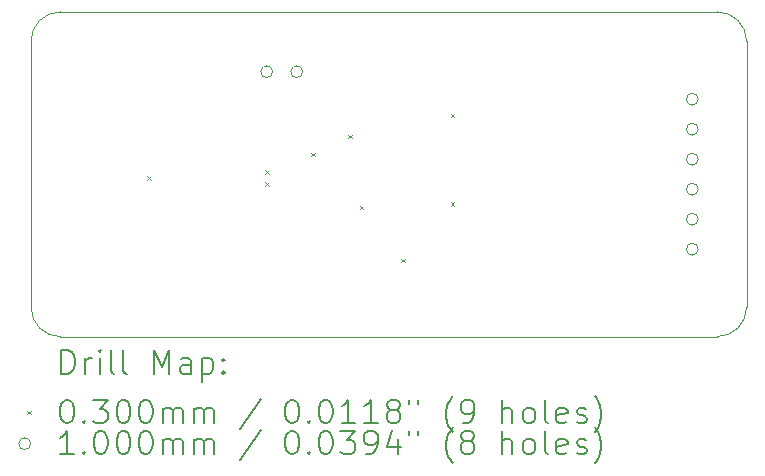
<source format=gbr>
%TF.GenerationSoftware,KiCad,Pcbnew,8.0.3*%
%TF.CreationDate,2024-06-23T18:33:12+02:00*%
%TF.ProjectId,MAX17262-breakout,4d415831-3732-4363-922d-627265616b6f,rev?*%
%TF.SameCoordinates,Original*%
%TF.FileFunction,Drillmap*%
%TF.FilePolarity,Positive*%
%FSLAX45Y45*%
G04 Gerber Fmt 4.5, Leading zero omitted, Abs format (unit mm)*
G04 Created by KiCad (PCBNEW 8.0.3) date 2024-06-23 18:33:12*
%MOMM*%
%LPD*%
G01*
G04 APERTURE LIST*
%ADD10C,0.050000*%
%ADD11C,0.200000*%
%ADD12C,0.100000*%
G04 APERTURE END LIST*
D10*
X11810000Y-7692500D02*
G75*
G02*
X12060000Y-7942500I0J-250000D01*
G01*
X6000000Y-10192500D02*
X6000000Y-7942500D01*
X6250000Y-10442500D02*
G75*
G02*
X6000000Y-10192500I0J250000D01*
G01*
X11810000Y-10442500D02*
X6250000Y-10442500D01*
X6250000Y-7692500D02*
X11810000Y-7692500D01*
X12060000Y-10192500D02*
G75*
G02*
X11810000Y-10442500I-250000J0D01*
G01*
X6000000Y-7942500D02*
G75*
G02*
X6250000Y-7692500I250000J0D01*
G01*
X12060000Y-7942500D02*
X12060000Y-10192500D01*
D11*
D12*
X6985000Y-9085000D02*
X7015000Y-9115000D01*
X7015000Y-9085000D02*
X6985000Y-9115000D01*
X7985000Y-9035000D02*
X8015000Y-9065000D01*
X8015000Y-9035000D02*
X7985000Y-9065000D01*
X7985000Y-9135000D02*
X8015000Y-9165000D01*
X8015000Y-9135000D02*
X7985000Y-9165000D01*
X8375000Y-8885000D02*
X8405000Y-8915000D01*
X8405000Y-8885000D02*
X8375000Y-8915000D01*
X8685000Y-8735000D02*
X8715000Y-8765000D01*
X8715000Y-8735000D02*
X8685000Y-8765000D01*
X8785000Y-9335000D02*
X8815000Y-9365000D01*
X8815000Y-9335000D02*
X8785000Y-9365000D01*
X9135000Y-9785000D02*
X9165000Y-9815000D01*
X9165000Y-9785000D02*
X9135000Y-9815000D01*
X9555000Y-8555000D02*
X9585000Y-8585000D01*
X9585000Y-8555000D02*
X9555000Y-8585000D01*
X9555000Y-9305000D02*
X9585000Y-9335000D01*
X9585000Y-9305000D02*
X9555000Y-9335000D01*
X8046000Y-8200000D02*
G75*
G02*
X7946000Y-8200000I-50000J0D01*
G01*
X7946000Y-8200000D02*
G75*
G02*
X8046000Y-8200000I50000J0D01*
G01*
X8300000Y-8200000D02*
G75*
G02*
X8200000Y-8200000I-50000J0D01*
G01*
X8200000Y-8200000D02*
G75*
G02*
X8300000Y-8200000I50000J0D01*
G01*
X11650000Y-8432500D02*
G75*
G02*
X11550000Y-8432500I-50000J0D01*
G01*
X11550000Y-8432500D02*
G75*
G02*
X11650000Y-8432500I50000J0D01*
G01*
X11650000Y-8686500D02*
G75*
G02*
X11550000Y-8686500I-50000J0D01*
G01*
X11550000Y-8686500D02*
G75*
G02*
X11650000Y-8686500I50000J0D01*
G01*
X11650000Y-8940500D02*
G75*
G02*
X11550000Y-8940500I-50000J0D01*
G01*
X11550000Y-8940500D02*
G75*
G02*
X11650000Y-8940500I50000J0D01*
G01*
X11650000Y-9194500D02*
G75*
G02*
X11550000Y-9194500I-50000J0D01*
G01*
X11550000Y-9194500D02*
G75*
G02*
X11650000Y-9194500I50000J0D01*
G01*
X11650000Y-9448500D02*
G75*
G02*
X11550000Y-9448500I-50000J0D01*
G01*
X11550000Y-9448500D02*
G75*
G02*
X11650000Y-9448500I50000J0D01*
G01*
X11650000Y-9702500D02*
G75*
G02*
X11550000Y-9702500I-50000J0D01*
G01*
X11550000Y-9702500D02*
G75*
G02*
X11650000Y-9702500I50000J0D01*
G01*
D11*
X6258277Y-10756484D02*
X6258277Y-10556484D01*
X6258277Y-10556484D02*
X6305896Y-10556484D01*
X6305896Y-10556484D02*
X6334467Y-10566008D01*
X6334467Y-10566008D02*
X6353515Y-10585055D01*
X6353515Y-10585055D02*
X6363039Y-10604103D01*
X6363039Y-10604103D02*
X6372562Y-10642198D01*
X6372562Y-10642198D02*
X6372562Y-10670770D01*
X6372562Y-10670770D02*
X6363039Y-10708865D01*
X6363039Y-10708865D02*
X6353515Y-10727912D01*
X6353515Y-10727912D02*
X6334467Y-10746960D01*
X6334467Y-10746960D02*
X6305896Y-10756484D01*
X6305896Y-10756484D02*
X6258277Y-10756484D01*
X6458277Y-10756484D02*
X6458277Y-10623150D01*
X6458277Y-10661246D02*
X6467801Y-10642198D01*
X6467801Y-10642198D02*
X6477324Y-10632674D01*
X6477324Y-10632674D02*
X6496372Y-10623150D01*
X6496372Y-10623150D02*
X6515420Y-10623150D01*
X6582086Y-10756484D02*
X6582086Y-10623150D01*
X6582086Y-10556484D02*
X6572562Y-10566008D01*
X6572562Y-10566008D02*
X6582086Y-10575531D01*
X6582086Y-10575531D02*
X6591610Y-10566008D01*
X6591610Y-10566008D02*
X6582086Y-10556484D01*
X6582086Y-10556484D02*
X6582086Y-10575531D01*
X6705896Y-10756484D02*
X6686848Y-10746960D01*
X6686848Y-10746960D02*
X6677324Y-10727912D01*
X6677324Y-10727912D02*
X6677324Y-10556484D01*
X6810658Y-10756484D02*
X6791610Y-10746960D01*
X6791610Y-10746960D02*
X6782086Y-10727912D01*
X6782086Y-10727912D02*
X6782086Y-10556484D01*
X7039229Y-10756484D02*
X7039229Y-10556484D01*
X7039229Y-10556484D02*
X7105896Y-10699341D01*
X7105896Y-10699341D02*
X7172562Y-10556484D01*
X7172562Y-10556484D02*
X7172562Y-10756484D01*
X7353515Y-10756484D02*
X7353515Y-10651722D01*
X7353515Y-10651722D02*
X7343991Y-10632674D01*
X7343991Y-10632674D02*
X7324943Y-10623150D01*
X7324943Y-10623150D02*
X7286848Y-10623150D01*
X7286848Y-10623150D02*
X7267801Y-10632674D01*
X7353515Y-10746960D02*
X7334467Y-10756484D01*
X7334467Y-10756484D02*
X7286848Y-10756484D01*
X7286848Y-10756484D02*
X7267801Y-10746960D01*
X7267801Y-10746960D02*
X7258277Y-10727912D01*
X7258277Y-10727912D02*
X7258277Y-10708865D01*
X7258277Y-10708865D02*
X7267801Y-10689817D01*
X7267801Y-10689817D02*
X7286848Y-10680293D01*
X7286848Y-10680293D02*
X7334467Y-10680293D01*
X7334467Y-10680293D02*
X7353515Y-10670770D01*
X7448753Y-10623150D02*
X7448753Y-10823150D01*
X7448753Y-10632674D02*
X7467801Y-10623150D01*
X7467801Y-10623150D02*
X7505896Y-10623150D01*
X7505896Y-10623150D02*
X7524943Y-10632674D01*
X7524943Y-10632674D02*
X7534467Y-10642198D01*
X7534467Y-10642198D02*
X7543991Y-10661246D01*
X7543991Y-10661246D02*
X7543991Y-10718389D01*
X7543991Y-10718389D02*
X7534467Y-10737436D01*
X7534467Y-10737436D02*
X7524943Y-10746960D01*
X7524943Y-10746960D02*
X7505896Y-10756484D01*
X7505896Y-10756484D02*
X7467801Y-10756484D01*
X7467801Y-10756484D02*
X7448753Y-10746960D01*
X7629705Y-10737436D02*
X7639229Y-10746960D01*
X7639229Y-10746960D02*
X7629705Y-10756484D01*
X7629705Y-10756484D02*
X7620182Y-10746960D01*
X7620182Y-10746960D02*
X7629705Y-10737436D01*
X7629705Y-10737436D02*
X7629705Y-10756484D01*
X7629705Y-10632674D02*
X7639229Y-10642198D01*
X7639229Y-10642198D02*
X7629705Y-10651722D01*
X7629705Y-10651722D02*
X7620182Y-10642198D01*
X7620182Y-10642198D02*
X7629705Y-10632674D01*
X7629705Y-10632674D02*
X7629705Y-10651722D01*
D12*
X5967500Y-11070000D02*
X5997500Y-11100000D01*
X5997500Y-11070000D02*
X5967500Y-11100000D01*
D11*
X6296372Y-10976484D02*
X6315420Y-10976484D01*
X6315420Y-10976484D02*
X6334467Y-10986008D01*
X6334467Y-10986008D02*
X6343991Y-10995531D01*
X6343991Y-10995531D02*
X6353515Y-11014579D01*
X6353515Y-11014579D02*
X6363039Y-11052674D01*
X6363039Y-11052674D02*
X6363039Y-11100293D01*
X6363039Y-11100293D02*
X6353515Y-11138389D01*
X6353515Y-11138389D02*
X6343991Y-11157436D01*
X6343991Y-11157436D02*
X6334467Y-11166960D01*
X6334467Y-11166960D02*
X6315420Y-11176484D01*
X6315420Y-11176484D02*
X6296372Y-11176484D01*
X6296372Y-11176484D02*
X6277324Y-11166960D01*
X6277324Y-11166960D02*
X6267801Y-11157436D01*
X6267801Y-11157436D02*
X6258277Y-11138389D01*
X6258277Y-11138389D02*
X6248753Y-11100293D01*
X6248753Y-11100293D02*
X6248753Y-11052674D01*
X6248753Y-11052674D02*
X6258277Y-11014579D01*
X6258277Y-11014579D02*
X6267801Y-10995531D01*
X6267801Y-10995531D02*
X6277324Y-10986008D01*
X6277324Y-10986008D02*
X6296372Y-10976484D01*
X6448753Y-11157436D02*
X6458277Y-11166960D01*
X6458277Y-11166960D02*
X6448753Y-11176484D01*
X6448753Y-11176484D02*
X6439229Y-11166960D01*
X6439229Y-11166960D02*
X6448753Y-11157436D01*
X6448753Y-11157436D02*
X6448753Y-11176484D01*
X6524943Y-10976484D02*
X6648753Y-10976484D01*
X6648753Y-10976484D02*
X6582086Y-11052674D01*
X6582086Y-11052674D02*
X6610658Y-11052674D01*
X6610658Y-11052674D02*
X6629705Y-11062198D01*
X6629705Y-11062198D02*
X6639229Y-11071722D01*
X6639229Y-11071722D02*
X6648753Y-11090770D01*
X6648753Y-11090770D02*
X6648753Y-11138389D01*
X6648753Y-11138389D02*
X6639229Y-11157436D01*
X6639229Y-11157436D02*
X6629705Y-11166960D01*
X6629705Y-11166960D02*
X6610658Y-11176484D01*
X6610658Y-11176484D02*
X6553515Y-11176484D01*
X6553515Y-11176484D02*
X6534467Y-11166960D01*
X6534467Y-11166960D02*
X6524943Y-11157436D01*
X6772562Y-10976484D02*
X6791610Y-10976484D01*
X6791610Y-10976484D02*
X6810658Y-10986008D01*
X6810658Y-10986008D02*
X6820182Y-10995531D01*
X6820182Y-10995531D02*
X6829705Y-11014579D01*
X6829705Y-11014579D02*
X6839229Y-11052674D01*
X6839229Y-11052674D02*
X6839229Y-11100293D01*
X6839229Y-11100293D02*
X6829705Y-11138389D01*
X6829705Y-11138389D02*
X6820182Y-11157436D01*
X6820182Y-11157436D02*
X6810658Y-11166960D01*
X6810658Y-11166960D02*
X6791610Y-11176484D01*
X6791610Y-11176484D02*
X6772562Y-11176484D01*
X6772562Y-11176484D02*
X6753515Y-11166960D01*
X6753515Y-11166960D02*
X6743991Y-11157436D01*
X6743991Y-11157436D02*
X6734467Y-11138389D01*
X6734467Y-11138389D02*
X6724943Y-11100293D01*
X6724943Y-11100293D02*
X6724943Y-11052674D01*
X6724943Y-11052674D02*
X6734467Y-11014579D01*
X6734467Y-11014579D02*
X6743991Y-10995531D01*
X6743991Y-10995531D02*
X6753515Y-10986008D01*
X6753515Y-10986008D02*
X6772562Y-10976484D01*
X6963039Y-10976484D02*
X6982086Y-10976484D01*
X6982086Y-10976484D02*
X7001134Y-10986008D01*
X7001134Y-10986008D02*
X7010658Y-10995531D01*
X7010658Y-10995531D02*
X7020182Y-11014579D01*
X7020182Y-11014579D02*
X7029705Y-11052674D01*
X7029705Y-11052674D02*
X7029705Y-11100293D01*
X7029705Y-11100293D02*
X7020182Y-11138389D01*
X7020182Y-11138389D02*
X7010658Y-11157436D01*
X7010658Y-11157436D02*
X7001134Y-11166960D01*
X7001134Y-11166960D02*
X6982086Y-11176484D01*
X6982086Y-11176484D02*
X6963039Y-11176484D01*
X6963039Y-11176484D02*
X6943991Y-11166960D01*
X6943991Y-11166960D02*
X6934467Y-11157436D01*
X6934467Y-11157436D02*
X6924943Y-11138389D01*
X6924943Y-11138389D02*
X6915420Y-11100293D01*
X6915420Y-11100293D02*
X6915420Y-11052674D01*
X6915420Y-11052674D02*
X6924943Y-11014579D01*
X6924943Y-11014579D02*
X6934467Y-10995531D01*
X6934467Y-10995531D02*
X6943991Y-10986008D01*
X6943991Y-10986008D02*
X6963039Y-10976484D01*
X7115420Y-11176484D02*
X7115420Y-11043150D01*
X7115420Y-11062198D02*
X7124943Y-11052674D01*
X7124943Y-11052674D02*
X7143991Y-11043150D01*
X7143991Y-11043150D02*
X7172563Y-11043150D01*
X7172563Y-11043150D02*
X7191610Y-11052674D01*
X7191610Y-11052674D02*
X7201134Y-11071722D01*
X7201134Y-11071722D02*
X7201134Y-11176484D01*
X7201134Y-11071722D02*
X7210658Y-11052674D01*
X7210658Y-11052674D02*
X7229705Y-11043150D01*
X7229705Y-11043150D02*
X7258277Y-11043150D01*
X7258277Y-11043150D02*
X7277324Y-11052674D01*
X7277324Y-11052674D02*
X7286848Y-11071722D01*
X7286848Y-11071722D02*
X7286848Y-11176484D01*
X7382086Y-11176484D02*
X7382086Y-11043150D01*
X7382086Y-11062198D02*
X7391610Y-11052674D01*
X7391610Y-11052674D02*
X7410658Y-11043150D01*
X7410658Y-11043150D02*
X7439229Y-11043150D01*
X7439229Y-11043150D02*
X7458277Y-11052674D01*
X7458277Y-11052674D02*
X7467801Y-11071722D01*
X7467801Y-11071722D02*
X7467801Y-11176484D01*
X7467801Y-11071722D02*
X7477324Y-11052674D01*
X7477324Y-11052674D02*
X7496372Y-11043150D01*
X7496372Y-11043150D02*
X7524943Y-11043150D01*
X7524943Y-11043150D02*
X7543991Y-11052674D01*
X7543991Y-11052674D02*
X7553515Y-11071722D01*
X7553515Y-11071722D02*
X7553515Y-11176484D01*
X7943991Y-10966960D02*
X7772563Y-11224103D01*
X8201134Y-10976484D02*
X8220182Y-10976484D01*
X8220182Y-10976484D02*
X8239229Y-10986008D01*
X8239229Y-10986008D02*
X8248753Y-10995531D01*
X8248753Y-10995531D02*
X8258277Y-11014579D01*
X8258277Y-11014579D02*
X8267801Y-11052674D01*
X8267801Y-11052674D02*
X8267801Y-11100293D01*
X8267801Y-11100293D02*
X8258277Y-11138389D01*
X8258277Y-11138389D02*
X8248753Y-11157436D01*
X8248753Y-11157436D02*
X8239229Y-11166960D01*
X8239229Y-11166960D02*
X8220182Y-11176484D01*
X8220182Y-11176484D02*
X8201134Y-11176484D01*
X8201134Y-11176484D02*
X8182086Y-11166960D01*
X8182086Y-11166960D02*
X8172563Y-11157436D01*
X8172563Y-11157436D02*
X8163039Y-11138389D01*
X8163039Y-11138389D02*
X8153515Y-11100293D01*
X8153515Y-11100293D02*
X8153515Y-11052674D01*
X8153515Y-11052674D02*
X8163039Y-11014579D01*
X8163039Y-11014579D02*
X8172563Y-10995531D01*
X8172563Y-10995531D02*
X8182086Y-10986008D01*
X8182086Y-10986008D02*
X8201134Y-10976484D01*
X8353515Y-11157436D02*
X8363039Y-11166960D01*
X8363039Y-11166960D02*
X8353515Y-11176484D01*
X8353515Y-11176484D02*
X8343991Y-11166960D01*
X8343991Y-11166960D02*
X8353515Y-11157436D01*
X8353515Y-11157436D02*
X8353515Y-11176484D01*
X8486848Y-10976484D02*
X8505896Y-10976484D01*
X8505896Y-10976484D02*
X8524944Y-10986008D01*
X8524944Y-10986008D02*
X8534468Y-10995531D01*
X8534468Y-10995531D02*
X8543991Y-11014579D01*
X8543991Y-11014579D02*
X8553515Y-11052674D01*
X8553515Y-11052674D02*
X8553515Y-11100293D01*
X8553515Y-11100293D02*
X8543991Y-11138389D01*
X8543991Y-11138389D02*
X8534468Y-11157436D01*
X8534468Y-11157436D02*
X8524944Y-11166960D01*
X8524944Y-11166960D02*
X8505896Y-11176484D01*
X8505896Y-11176484D02*
X8486848Y-11176484D01*
X8486848Y-11176484D02*
X8467801Y-11166960D01*
X8467801Y-11166960D02*
X8458277Y-11157436D01*
X8458277Y-11157436D02*
X8448753Y-11138389D01*
X8448753Y-11138389D02*
X8439229Y-11100293D01*
X8439229Y-11100293D02*
X8439229Y-11052674D01*
X8439229Y-11052674D02*
X8448753Y-11014579D01*
X8448753Y-11014579D02*
X8458277Y-10995531D01*
X8458277Y-10995531D02*
X8467801Y-10986008D01*
X8467801Y-10986008D02*
X8486848Y-10976484D01*
X8743991Y-11176484D02*
X8629706Y-11176484D01*
X8686848Y-11176484D02*
X8686848Y-10976484D01*
X8686848Y-10976484D02*
X8667801Y-11005055D01*
X8667801Y-11005055D02*
X8648753Y-11024103D01*
X8648753Y-11024103D02*
X8629706Y-11033627D01*
X8934468Y-11176484D02*
X8820182Y-11176484D01*
X8877325Y-11176484D02*
X8877325Y-10976484D01*
X8877325Y-10976484D02*
X8858277Y-11005055D01*
X8858277Y-11005055D02*
X8839229Y-11024103D01*
X8839229Y-11024103D02*
X8820182Y-11033627D01*
X9048753Y-11062198D02*
X9029706Y-11052674D01*
X9029706Y-11052674D02*
X9020182Y-11043150D01*
X9020182Y-11043150D02*
X9010658Y-11024103D01*
X9010658Y-11024103D02*
X9010658Y-11014579D01*
X9010658Y-11014579D02*
X9020182Y-10995531D01*
X9020182Y-10995531D02*
X9029706Y-10986008D01*
X9029706Y-10986008D02*
X9048753Y-10976484D01*
X9048753Y-10976484D02*
X9086849Y-10976484D01*
X9086849Y-10976484D02*
X9105896Y-10986008D01*
X9105896Y-10986008D02*
X9115420Y-10995531D01*
X9115420Y-10995531D02*
X9124944Y-11014579D01*
X9124944Y-11014579D02*
X9124944Y-11024103D01*
X9124944Y-11024103D02*
X9115420Y-11043150D01*
X9115420Y-11043150D02*
X9105896Y-11052674D01*
X9105896Y-11052674D02*
X9086849Y-11062198D01*
X9086849Y-11062198D02*
X9048753Y-11062198D01*
X9048753Y-11062198D02*
X9029706Y-11071722D01*
X9029706Y-11071722D02*
X9020182Y-11081246D01*
X9020182Y-11081246D02*
X9010658Y-11100293D01*
X9010658Y-11100293D02*
X9010658Y-11138389D01*
X9010658Y-11138389D02*
X9020182Y-11157436D01*
X9020182Y-11157436D02*
X9029706Y-11166960D01*
X9029706Y-11166960D02*
X9048753Y-11176484D01*
X9048753Y-11176484D02*
X9086849Y-11176484D01*
X9086849Y-11176484D02*
X9105896Y-11166960D01*
X9105896Y-11166960D02*
X9115420Y-11157436D01*
X9115420Y-11157436D02*
X9124944Y-11138389D01*
X9124944Y-11138389D02*
X9124944Y-11100293D01*
X9124944Y-11100293D02*
X9115420Y-11081246D01*
X9115420Y-11081246D02*
X9105896Y-11071722D01*
X9105896Y-11071722D02*
X9086849Y-11062198D01*
X9201134Y-10976484D02*
X9201134Y-11014579D01*
X9277325Y-10976484D02*
X9277325Y-11014579D01*
X9572563Y-11252674D02*
X9563039Y-11243150D01*
X9563039Y-11243150D02*
X9543991Y-11214579D01*
X9543991Y-11214579D02*
X9534468Y-11195531D01*
X9534468Y-11195531D02*
X9524944Y-11166960D01*
X9524944Y-11166960D02*
X9515420Y-11119341D01*
X9515420Y-11119341D02*
X9515420Y-11081246D01*
X9515420Y-11081246D02*
X9524944Y-11033627D01*
X9524944Y-11033627D02*
X9534468Y-11005055D01*
X9534468Y-11005055D02*
X9543991Y-10986008D01*
X9543991Y-10986008D02*
X9563039Y-10957436D01*
X9563039Y-10957436D02*
X9572563Y-10947912D01*
X9658277Y-11176484D02*
X9696372Y-11176484D01*
X9696372Y-11176484D02*
X9715420Y-11166960D01*
X9715420Y-11166960D02*
X9724944Y-11157436D01*
X9724944Y-11157436D02*
X9743991Y-11128865D01*
X9743991Y-11128865D02*
X9753515Y-11090770D01*
X9753515Y-11090770D02*
X9753515Y-11014579D01*
X9753515Y-11014579D02*
X9743991Y-10995531D01*
X9743991Y-10995531D02*
X9734468Y-10986008D01*
X9734468Y-10986008D02*
X9715420Y-10976484D01*
X9715420Y-10976484D02*
X9677325Y-10976484D01*
X9677325Y-10976484D02*
X9658277Y-10986008D01*
X9658277Y-10986008D02*
X9648753Y-10995531D01*
X9648753Y-10995531D02*
X9639230Y-11014579D01*
X9639230Y-11014579D02*
X9639230Y-11062198D01*
X9639230Y-11062198D02*
X9648753Y-11081246D01*
X9648753Y-11081246D02*
X9658277Y-11090770D01*
X9658277Y-11090770D02*
X9677325Y-11100293D01*
X9677325Y-11100293D02*
X9715420Y-11100293D01*
X9715420Y-11100293D02*
X9734468Y-11090770D01*
X9734468Y-11090770D02*
X9743991Y-11081246D01*
X9743991Y-11081246D02*
X9753515Y-11062198D01*
X9991611Y-11176484D02*
X9991611Y-10976484D01*
X10077325Y-11176484D02*
X10077325Y-11071722D01*
X10077325Y-11071722D02*
X10067801Y-11052674D01*
X10067801Y-11052674D02*
X10048753Y-11043150D01*
X10048753Y-11043150D02*
X10020182Y-11043150D01*
X10020182Y-11043150D02*
X10001134Y-11052674D01*
X10001134Y-11052674D02*
X9991611Y-11062198D01*
X10201134Y-11176484D02*
X10182087Y-11166960D01*
X10182087Y-11166960D02*
X10172563Y-11157436D01*
X10172563Y-11157436D02*
X10163039Y-11138389D01*
X10163039Y-11138389D02*
X10163039Y-11081246D01*
X10163039Y-11081246D02*
X10172563Y-11062198D01*
X10172563Y-11062198D02*
X10182087Y-11052674D01*
X10182087Y-11052674D02*
X10201134Y-11043150D01*
X10201134Y-11043150D02*
X10229706Y-11043150D01*
X10229706Y-11043150D02*
X10248753Y-11052674D01*
X10248753Y-11052674D02*
X10258277Y-11062198D01*
X10258277Y-11062198D02*
X10267801Y-11081246D01*
X10267801Y-11081246D02*
X10267801Y-11138389D01*
X10267801Y-11138389D02*
X10258277Y-11157436D01*
X10258277Y-11157436D02*
X10248753Y-11166960D01*
X10248753Y-11166960D02*
X10229706Y-11176484D01*
X10229706Y-11176484D02*
X10201134Y-11176484D01*
X10382087Y-11176484D02*
X10363039Y-11166960D01*
X10363039Y-11166960D02*
X10353515Y-11147912D01*
X10353515Y-11147912D02*
X10353515Y-10976484D01*
X10534468Y-11166960D02*
X10515420Y-11176484D01*
X10515420Y-11176484D02*
X10477325Y-11176484D01*
X10477325Y-11176484D02*
X10458277Y-11166960D01*
X10458277Y-11166960D02*
X10448753Y-11147912D01*
X10448753Y-11147912D02*
X10448753Y-11071722D01*
X10448753Y-11071722D02*
X10458277Y-11052674D01*
X10458277Y-11052674D02*
X10477325Y-11043150D01*
X10477325Y-11043150D02*
X10515420Y-11043150D01*
X10515420Y-11043150D02*
X10534468Y-11052674D01*
X10534468Y-11052674D02*
X10543992Y-11071722D01*
X10543992Y-11071722D02*
X10543992Y-11090770D01*
X10543992Y-11090770D02*
X10448753Y-11109817D01*
X10620182Y-11166960D02*
X10639230Y-11176484D01*
X10639230Y-11176484D02*
X10677325Y-11176484D01*
X10677325Y-11176484D02*
X10696373Y-11166960D01*
X10696373Y-11166960D02*
X10705896Y-11147912D01*
X10705896Y-11147912D02*
X10705896Y-11138389D01*
X10705896Y-11138389D02*
X10696373Y-11119341D01*
X10696373Y-11119341D02*
X10677325Y-11109817D01*
X10677325Y-11109817D02*
X10648753Y-11109817D01*
X10648753Y-11109817D02*
X10629706Y-11100293D01*
X10629706Y-11100293D02*
X10620182Y-11081246D01*
X10620182Y-11081246D02*
X10620182Y-11071722D01*
X10620182Y-11071722D02*
X10629706Y-11052674D01*
X10629706Y-11052674D02*
X10648753Y-11043150D01*
X10648753Y-11043150D02*
X10677325Y-11043150D01*
X10677325Y-11043150D02*
X10696373Y-11052674D01*
X10772563Y-11252674D02*
X10782087Y-11243150D01*
X10782087Y-11243150D02*
X10801134Y-11214579D01*
X10801134Y-11214579D02*
X10810658Y-11195531D01*
X10810658Y-11195531D02*
X10820182Y-11166960D01*
X10820182Y-11166960D02*
X10829706Y-11119341D01*
X10829706Y-11119341D02*
X10829706Y-11081246D01*
X10829706Y-11081246D02*
X10820182Y-11033627D01*
X10820182Y-11033627D02*
X10810658Y-11005055D01*
X10810658Y-11005055D02*
X10801134Y-10986008D01*
X10801134Y-10986008D02*
X10782087Y-10957436D01*
X10782087Y-10957436D02*
X10772563Y-10947912D01*
D12*
X5997500Y-11349000D02*
G75*
G02*
X5897500Y-11349000I-50000J0D01*
G01*
X5897500Y-11349000D02*
G75*
G02*
X5997500Y-11349000I50000J0D01*
G01*
D11*
X6363039Y-11440484D02*
X6248753Y-11440484D01*
X6305896Y-11440484D02*
X6305896Y-11240484D01*
X6305896Y-11240484D02*
X6286848Y-11269055D01*
X6286848Y-11269055D02*
X6267801Y-11288103D01*
X6267801Y-11288103D02*
X6248753Y-11297627D01*
X6448753Y-11421436D02*
X6458277Y-11430960D01*
X6458277Y-11430960D02*
X6448753Y-11440484D01*
X6448753Y-11440484D02*
X6439229Y-11430960D01*
X6439229Y-11430960D02*
X6448753Y-11421436D01*
X6448753Y-11421436D02*
X6448753Y-11440484D01*
X6582086Y-11240484D02*
X6601134Y-11240484D01*
X6601134Y-11240484D02*
X6620182Y-11250008D01*
X6620182Y-11250008D02*
X6629705Y-11259531D01*
X6629705Y-11259531D02*
X6639229Y-11278579D01*
X6639229Y-11278579D02*
X6648753Y-11316674D01*
X6648753Y-11316674D02*
X6648753Y-11364293D01*
X6648753Y-11364293D02*
X6639229Y-11402388D01*
X6639229Y-11402388D02*
X6629705Y-11421436D01*
X6629705Y-11421436D02*
X6620182Y-11430960D01*
X6620182Y-11430960D02*
X6601134Y-11440484D01*
X6601134Y-11440484D02*
X6582086Y-11440484D01*
X6582086Y-11440484D02*
X6563039Y-11430960D01*
X6563039Y-11430960D02*
X6553515Y-11421436D01*
X6553515Y-11421436D02*
X6543991Y-11402388D01*
X6543991Y-11402388D02*
X6534467Y-11364293D01*
X6534467Y-11364293D02*
X6534467Y-11316674D01*
X6534467Y-11316674D02*
X6543991Y-11278579D01*
X6543991Y-11278579D02*
X6553515Y-11259531D01*
X6553515Y-11259531D02*
X6563039Y-11250008D01*
X6563039Y-11250008D02*
X6582086Y-11240484D01*
X6772562Y-11240484D02*
X6791610Y-11240484D01*
X6791610Y-11240484D02*
X6810658Y-11250008D01*
X6810658Y-11250008D02*
X6820182Y-11259531D01*
X6820182Y-11259531D02*
X6829705Y-11278579D01*
X6829705Y-11278579D02*
X6839229Y-11316674D01*
X6839229Y-11316674D02*
X6839229Y-11364293D01*
X6839229Y-11364293D02*
X6829705Y-11402388D01*
X6829705Y-11402388D02*
X6820182Y-11421436D01*
X6820182Y-11421436D02*
X6810658Y-11430960D01*
X6810658Y-11430960D02*
X6791610Y-11440484D01*
X6791610Y-11440484D02*
X6772562Y-11440484D01*
X6772562Y-11440484D02*
X6753515Y-11430960D01*
X6753515Y-11430960D02*
X6743991Y-11421436D01*
X6743991Y-11421436D02*
X6734467Y-11402388D01*
X6734467Y-11402388D02*
X6724943Y-11364293D01*
X6724943Y-11364293D02*
X6724943Y-11316674D01*
X6724943Y-11316674D02*
X6734467Y-11278579D01*
X6734467Y-11278579D02*
X6743991Y-11259531D01*
X6743991Y-11259531D02*
X6753515Y-11250008D01*
X6753515Y-11250008D02*
X6772562Y-11240484D01*
X6963039Y-11240484D02*
X6982086Y-11240484D01*
X6982086Y-11240484D02*
X7001134Y-11250008D01*
X7001134Y-11250008D02*
X7010658Y-11259531D01*
X7010658Y-11259531D02*
X7020182Y-11278579D01*
X7020182Y-11278579D02*
X7029705Y-11316674D01*
X7029705Y-11316674D02*
X7029705Y-11364293D01*
X7029705Y-11364293D02*
X7020182Y-11402388D01*
X7020182Y-11402388D02*
X7010658Y-11421436D01*
X7010658Y-11421436D02*
X7001134Y-11430960D01*
X7001134Y-11430960D02*
X6982086Y-11440484D01*
X6982086Y-11440484D02*
X6963039Y-11440484D01*
X6963039Y-11440484D02*
X6943991Y-11430960D01*
X6943991Y-11430960D02*
X6934467Y-11421436D01*
X6934467Y-11421436D02*
X6924943Y-11402388D01*
X6924943Y-11402388D02*
X6915420Y-11364293D01*
X6915420Y-11364293D02*
X6915420Y-11316674D01*
X6915420Y-11316674D02*
X6924943Y-11278579D01*
X6924943Y-11278579D02*
X6934467Y-11259531D01*
X6934467Y-11259531D02*
X6943991Y-11250008D01*
X6943991Y-11250008D02*
X6963039Y-11240484D01*
X7115420Y-11440484D02*
X7115420Y-11307150D01*
X7115420Y-11326198D02*
X7124943Y-11316674D01*
X7124943Y-11316674D02*
X7143991Y-11307150D01*
X7143991Y-11307150D02*
X7172563Y-11307150D01*
X7172563Y-11307150D02*
X7191610Y-11316674D01*
X7191610Y-11316674D02*
X7201134Y-11335722D01*
X7201134Y-11335722D02*
X7201134Y-11440484D01*
X7201134Y-11335722D02*
X7210658Y-11316674D01*
X7210658Y-11316674D02*
X7229705Y-11307150D01*
X7229705Y-11307150D02*
X7258277Y-11307150D01*
X7258277Y-11307150D02*
X7277324Y-11316674D01*
X7277324Y-11316674D02*
X7286848Y-11335722D01*
X7286848Y-11335722D02*
X7286848Y-11440484D01*
X7382086Y-11440484D02*
X7382086Y-11307150D01*
X7382086Y-11326198D02*
X7391610Y-11316674D01*
X7391610Y-11316674D02*
X7410658Y-11307150D01*
X7410658Y-11307150D02*
X7439229Y-11307150D01*
X7439229Y-11307150D02*
X7458277Y-11316674D01*
X7458277Y-11316674D02*
X7467801Y-11335722D01*
X7467801Y-11335722D02*
X7467801Y-11440484D01*
X7467801Y-11335722D02*
X7477324Y-11316674D01*
X7477324Y-11316674D02*
X7496372Y-11307150D01*
X7496372Y-11307150D02*
X7524943Y-11307150D01*
X7524943Y-11307150D02*
X7543991Y-11316674D01*
X7543991Y-11316674D02*
X7553515Y-11335722D01*
X7553515Y-11335722D02*
X7553515Y-11440484D01*
X7943991Y-11230960D02*
X7772563Y-11488103D01*
X8201134Y-11240484D02*
X8220182Y-11240484D01*
X8220182Y-11240484D02*
X8239229Y-11250008D01*
X8239229Y-11250008D02*
X8248753Y-11259531D01*
X8248753Y-11259531D02*
X8258277Y-11278579D01*
X8258277Y-11278579D02*
X8267801Y-11316674D01*
X8267801Y-11316674D02*
X8267801Y-11364293D01*
X8267801Y-11364293D02*
X8258277Y-11402388D01*
X8258277Y-11402388D02*
X8248753Y-11421436D01*
X8248753Y-11421436D02*
X8239229Y-11430960D01*
X8239229Y-11430960D02*
X8220182Y-11440484D01*
X8220182Y-11440484D02*
X8201134Y-11440484D01*
X8201134Y-11440484D02*
X8182086Y-11430960D01*
X8182086Y-11430960D02*
X8172563Y-11421436D01*
X8172563Y-11421436D02*
X8163039Y-11402388D01*
X8163039Y-11402388D02*
X8153515Y-11364293D01*
X8153515Y-11364293D02*
X8153515Y-11316674D01*
X8153515Y-11316674D02*
X8163039Y-11278579D01*
X8163039Y-11278579D02*
X8172563Y-11259531D01*
X8172563Y-11259531D02*
X8182086Y-11250008D01*
X8182086Y-11250008D02*
X8201134Y-11240484D01*
X8353515Y-11421436D02*
X8363039Y-11430960D01*
X8363039Y-11430960D02*
X8353515Y-11440484D01*
X8353515Y-11440484D02*
X8343991Y-11430960D01*
X8343991Y-11430960D02*
X8353515Y-11421436D01*
X8353515Y-11421436D02*
X8353515Y-11440484D01*
X8486848Y-11240484D02*
X8505896Y-11240484D01*
X8505896Y-11240484D02*
X8524944Y-11250008D01*
X8524944Y-11250008D02*
X8534468Y-11259531D01*
X8534468Y-11259531D02*
X8543991Y-11278579D01*
X8543991Y-11278579D02*
X8553515Y-11316674D01*
X8553515Y-11316674D02*
X8553515Y-11364293D01*
X8553515Y-11364293D02*
X8543991Y-11402388D01*
X8543991Y-11402388D02*
X8534468Y-11421436D01*
X8534468Y-11421436D02*
X8524944Y-11430960D01*
X8524944Y-11430960D02*
X8505896Y-11440484D01*
X8505896Y-11440484D02*
X8486848Y-11440484D01*
X8486848Y-11440484D02*
X8467801Y-11430960D01*
X8467801Y-11430960D02*
X8458277Y-11421436D01*
X8458277Y-11421436D02*
X8448753Y-11402388D01*
X8448753Y-11402388D02*
X8439229Y-11364293D01*
X8439229Y-11364293D02*
X8439229Y-11316674D01*
X8439229Y-11316674D02*
X8448753Y-11278579D01*
X8448753Y-11278579D02*
X8458277Y-11259531D01*
X8458277Y-11259531D02*
X8467801Y-11250008D01*
X8467801Y-11250008D02*
X8486848Y-11240484D01*
X8620182Y-11240484D02*
X8743991Y-11240484D01*
X8743991Y-11240484D02*
X8677325Y-11316674D01*
X8677325Y-11316674D02*
X8705896Y-11316674D01*
X8705896Y-11316674D02*
X8724944Y-11326198D01*
X8724944Y-11326198D02*
X8734468Y-11335722D01*
X8734468Y-11335722D02*
X8743991Y-11354769D01*
X8743991Y-11354769D02*
X8743991Y-11402388D01*
X8743991Y-11402388D02*
X8734468Y-11421436D01*
X8734468Y-11421436D02*
X8724944Y-11430960D01*
X8724944Y-11430960D02*
X8705896Y-11440484D01*
X8705896Y-11440484D02*
X8648753Y-11440484D01*
X8648753Y-11440484D02*
X8629706Y-11430960D01*
X8629706Y-11430960D02*
X8620182Y-11421436D01*
X8839229Y-11440484D02*
X8877325Y-11440484D01*
X8877325Y-11440484D02*
X8896372Y-11430960D01*
X8896372Y-11430960D02*
X8905896Y-11421436D01*
X8905896Y-11421436D02*
X8924944Y-11392865D01*
X8924944Y-11392865D02*
X8934468Y-11354769D01*
X8934468Y-11354769D02*
X8934468Y-11278579D01*
X8934468Y-11278579D02*
X8924944Y-11259531D01*
X8924944Y-11259531D02*
X8915420Y-11250008D01*
X8915420Y-11250008D02*
X8896372Y-11240484D01*
X8896372Y-11240484D02*
X8858277Y-11240484D01*
X8858277Y-11240484D02*
X8839229Y-11250008D01*
X8839229Y-11250008D02*
X8829706Y-11259531D01*
X8829706Y-11259531D02*
X8820182Y-11278579D01*
X8820182Y-11278579D02*
X8820182Y-11326198D01*
X8820182Y-11326198D02*
X8829706Y-11345246D01*
X8829706Y-11345246D02*
X8839229Y-11354769D01*
X8839229Y-11354769D02*
X8858277Y-11364293D01*
X8858277Y-11364293D02*
X8896372Y-11364293D01*
X8896372Y-11364293D02*
X8915420Y-11354769D01*
X8915420Y-11354769D02*
X8924944Y-11345246D01*
X8924944Y-11345246D02*
X8934468Y-11326198D01*
X9105896Y-11307150D02*
X9105896Y-11440484D01*
X9058277Y-11230960D02*
X9010658Y-11373817D01*
X9010658Y-11373817D02*
X9134468Y-11373817D01*
X9201134Y-11240484D02*
X9201134Y-11278579D01*
X9277325Y-11240484D02*
X9277325Y-11278579D01*
X9572563Y-11516674D02*
X9563039Y-11507150D01*
X9563039Y-11507150D02*
X9543991Y-11478579D01*
X9543991Y-11478579D02*
X9534468Y-11459531D01*
X9534468Y-11459531D02*
X9524944Y-11430960D01*
X9524944Y-11430960D02*
X9515420Y-11383341D01*
X9515420Y-11383341D02*
X9515420Y-11345246D01*
X9515420Y-11345246D02*
X9524944Y-11297627D01*
X9524944Y-11297627D02*
X9534468Y-11269055D01*
X9534468Y-11269055D02*
X9543991Y-11250008D01*
X9543991Y-11250008D02*
X9563039Y-11221436D01*
X9563039Y-11221436D02*
X9572563Y-11211912D01*
X9677325Y-11326198D02*
X9658277Y-11316674D01*
X9658277Y-11316674D02*
X9648753Y-11307150D01*
X9648753Y-11307150D02*
X9639230Y-11288103D01*
X9639230Y-11288103D02*
X9639230Y-11278579D01*
X9639230Y-11278579D02*
X9648753Y-11259531D01*
X9648753Y-11259531D02*
X9658277Y-11250008D01*
X9658277Y-11250008D02*
X9677325Y-11240484D01*
X9677325Y-11240484D02*
X9715420Y-11240484D01*
X9715420Y-11240484D02*
X9734468Y-11250008D01*
X9734468Y-11250008D02*
X9743991Y-11259531D01*
X9743991Y-11259531D02*
X9753515Y-11278579D01*
X9753515Y-11278579D02*
X9753515Y-11288103D01*
X9753515Y-11288103D02*
X9743991Y-11307150D01*
X9743991Y-11307150D02*
X9734468Y-11316674D01*
X9734468Y-11316674D02*
X9715420Y-11326198D01*
X9715420Y-11326198D02*
X9677325Y-11326198D01*
X9677325Y-11326198D02*
X9658277Y-11335722D01*
X9658277Y-11335722D02*
X9648753Y-11345246D01*
X9648753Y-11345246D02*
X9639230Y-11364293D01*
X9639230Y-11364293D02*
X9639230Y-11402388D01*
X9639230Y-11402388D02*
X9648753Y-11421436D01*
X9648753Y-11421436D02*
X9658277Y-11430960D01*
X9658277Y-11430960D02*
X9677325Y-11440484D01*
X9677325Y-11440484D02*
X9715420Y-11440484D01*
X9715420Y-11440484D02*
X9734468Y-11430960D01*
X9734468Y-11430960D02*
X9743991Y-11421436D01*
X9743991Y-11421436D02*
X9753515Y-11402388D01*
X9753515Y-11402388D02*
X9753515Y-11364293D01*
X9753515Y-11364293D02*
X9743991Y-11345246D01*
X9743991Y-11345246D02*
X9734468Y-11335722D01*
X9734468Y-11335722D02*
X9715420Y-11326198D01*
X9991611Y-11440484D02*
X9991611Y-11240484D01*
X10077325Y-11440484D02*
X10077325Y-11335722D01*
X10077325Y-11335722D02*
X10067801Y-11316674D01*
X10067801Y-11316674D02*
X10048753Y-11307150D01*
X10048753Y-11307150D02*
X10020182Y-11307150D01*
X10020182Y-11307150D02*
X10001134Y-11316674D01*
X10001134Y-11316674D02*
X9991611Y-11326198D01*
X10201134Y-11440484D02*
X10182087Y-11430960D01*
X10182087Y-11430960D02*
X10172563Y-11421436D01*
X10172563Y-11421436D02*
X10163039Y-11402388D01*
X10163039Y-11402388D02*
X10163039Y-11345246D01*
X10163039Y-11345246D02*
X10172563Y-11326198D01*
X10172563Y-11326198D02*
X10182087Y-11316674D01*
X10182087Y-11316674D02*
X10201134Y-11307150D01*
X10201134Y-11307150D02*
X10229706Y-11307150D01*
X10229706Y-11307150D02*
X10248753Y-11316674D01*
X10248753Y-11316674D02*
X10258277Y-11326198D01*
X10258277Y-11326198D02*
X10267801Y-11345246D01*
X10267801Y-11345246D02*
X10267801Y-11402388D01*
X10267801Y-11402388D02*
X10258277Y-11421436D01*
X10258277Y-11421436D02*
X10248753Y-11430960D01*
X10248753Y-11430960D02*
X10229706Y-11440484D01*
X10229706Y-11440484D02*
X10201134Y-11440484D01*
X10382087Y-11440484D02*
X10363039Y-11430960D01*
X10363039Y-11430960D02*
X10353515Y-11411912D01*
X10353515Y-11411912D02*
X10353515Y-11240484D01*
X10534468Y-11430960D02*
X10515420Y-11440484D01*
X10515420Y-11440484D02*
X10477325Y-11440484D01*
X10477325Y-11440484D02*
X10458277Y-11430960D01*
X10458277Y-11430960D02*
X10448753Y-11411912D01*
X10448753Y-11411912D02*
X10448753Y-11335722D01*
X10448753Y-11335722D02*
X10458277Y-11316674D01*
X10458277Y-11316674D02*
X10477325Y-11307150D01*
X10477325Y-11307150D02*
X10515420Y-11307150D01*
X10515420Y-11307150D02*
X10534468Y-11316674D01*
X10534468Y-11316674D02*
X10543992Y-11335722D01*
X10543992Y-11335722D02*
X10543992Y-11354769D01*
X10543992Y-11354769D02*
X10448753Y-11373817D01*
X10620182Y-11430960D02*
X10639230Y-11440484D01*
X10639230Y-11440484D02*
X10677325Y-11440484D01*
X10677325Y-11440484D02*
X10696373Y-11430960D01*
X10696373Y-11430960D02*
X10705896Y-11411912D01*
X10705896Y-11411912D02*
X10705896Y-11402388D01*
X10705896Y-11402388D02*
X10696373Y-11383341D01*
X10696373Y-11383341D02*
X10677325Y-11373817D01*
X10677325Y-11373817D02*
X10648753Y-11373817D01*
X10648753Y-11373817D02*
X10629706Y-11364293D01*
X10629706Y-11364293D02*
X10620182Y-11345246D01*
X10620182Y-11345246D02*
X10620182Y-11335722D01*
X10620182Y-11335722D02*
X10629706Y-11316674D01*
X10629706Y-11316674D02*
X10648753Y-11307150D01*
X10648753Y-11307150D02*
X10677325Y-11307150D01*
X10677325Y-11307150D02*
X10696373Y-11316674D01*
X10772563Y-11516674D02*
X10782087Y-11507150D01*
X10782087Y-11507150D02*
X10801134Y-11478579D01*
X10801134Y-11478579D02*
X10810658Y-11459531D01*
X10810658Y-11459531D02*
X10820182Y-11430960D01*
X10820182Y-11430960D02*
X10829706Y-11383341D01*
X10829706Y-11383341D02*
X10829706Y-11345246D01*
X10829706Y-11345246D02*
X10820182Y-11297627D01*
X10820182Y-11297627D02*
X10810658Y-11269055D01*
X10810658Y-11269055D02*
X10801134Y-11250008D01*
X10801134Y-11250008D02*
X10782087Y-11221436D01*
X10782087Y-11221436D02*
X10772563Y-11211912D01*
M02*

</source>
